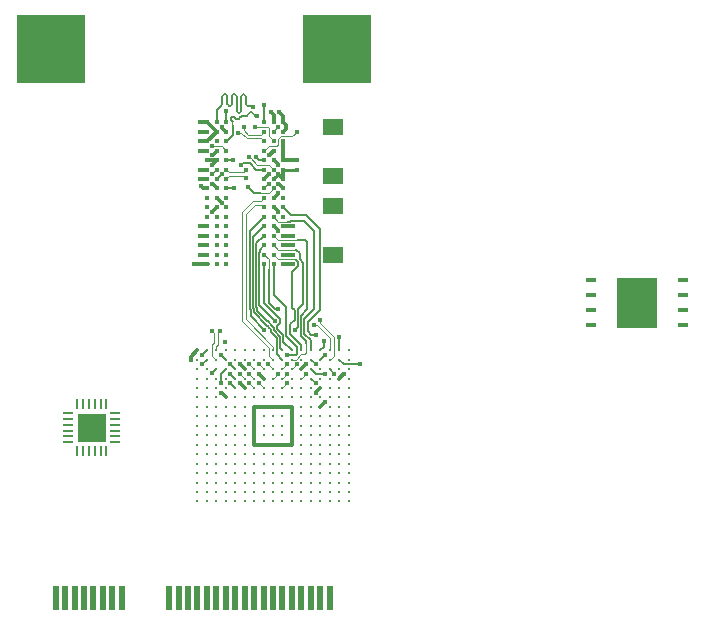
<source format=gbr>
%TF.GenerationSoftware,KiCad,Pcbnew,9.0.4-9.0.4-0~ubuntu24.04.1*%
%TF.CreationDate,2025-08-22T19:02:32+03:00*%
%TF.ProjectId,ThingsCore-1,5468696e-6773-4436-9f72-652d312e6b69,rev?*%
%TF.SameCoordinates,Original*%
%TF.FileFunction,Copper,L1,Top*%
%TF.FilePolarity,Positive*%
%FSLAX46Y46*%
G04 Gerber Fmt 4.6, Leading zero omitted, Abs format (unit mm)*
G04 Created by KiCad (PCBNEW 9.0.4-9.0.4-0~ubuntu24.04.1) date 2025-08-22 19:02:32*
%MOMM*%
%LPD*%
G01*
G04 APERTURE LIST*
G04 Aperture macros list*
%AMRoundRect*
0 Rectangle with rounded corners*
0 $1 Rounding radius*
0 $2 $3 $4 $5 $6 $7 $8 $9 X,Y pos of 4 corners*
0 Add a 4 corners polygon primitive as box body*
4,1,4,$2,$3,$4,$5,$6,$7,$8,$9,$2,$3,0*
0 Add four circle primitives for the rounded corners*
1,1,$1+$1,$2,$3*
1,1,$1+$1,$4,$5*
1,1,$1+$1,$6,$7*
1,1,$1+$1,$8,$9*
0 Add four rect primitives between the rounded corners*
20,1,$1+$1,$2,$3,$4,$5,0*
20,1,$1+$1,$4,$5,$6,$7,0*
20,1,$1+$1,$6,$7,$8,$9,0*
20,1,$1+$1,$8,$9,$2,$3,0*%
G04 Aperture macros list end*
%TA.AperFunction,SMDPad,CuDef*%
%ADD10C,0.450000*%
%TD*%
%TA.AperFunction,BGAPad,CuDef*%
%ADD11C,0.320000*%
%TD*%
%TA.AperFunction,SMDPad,CuDef*%
%ADD12R,1.800000X1.350000*%
%TD*%
%TA.AperFunction,SMDPad,CuDef*%
%ADD13RoundRect,0.062500X-0.325000X-0.062500X0.325000X-0.062500X0.325000X0.062500X-0.325000X0.062500X0*%
%TD*%
%TA.AperFunction,SMDPad,CuDef*%
%ADD14RoundRect,0.062500X-0.062500X-0.325000X0.062500X-0.325000X0.062500X0.325000X-0.062500X0.325000X0*%
%TD*%
%TA.AperFunction,HeatsinkPad*%
%ADD15R,2.450000X2.450000*%
%TD*%
%TA.AperFunction,SMDPad,CuDef*%
%ADD16R,0.950000X0.450000*%
%TD*%
%TA.AperFunction,SMDPad,CuDef*%
%ADD17R,3.450000X4.350000*%
%TD*%
%TA.AperFunction,ComponentPad*%
%ADD18R,5.800000X5.800000*%
%TD*%
%TA.AperFunction,SMDPad,CuDef*%
%ADD19R,0.600000X2.000000*%
%TD*%
%TA.AperFunction,ViaPad*%
%ADD20C,0.450000*%
%TD*%
%TA.AperFunction,Conductor*%
%ADD21C,0.156500*%
%TD*%
%TA.AperFunction,Conductor*%
%ADD22C,0.300000*%
%TD*%
%TA.AperFunction,Conductor*%
%ADD23C,0.250000*%
%TD*%
%TA.AperFunction,Conductor*%
%ADD24C,0.121700*%
%TD*%
%TA.AperFunction,Conductor*%
%ADD25C,0.100000*%
%TD*%
G04 APERTURE END LIST*
D10*
%TO.P,U2,A1,VDDQ_1*%
%TO.N,1V35_DDR*%
X28550000Y-21500000D03*
%TO.P,U2,A2,DQU5*%
%TO.N,/DDR3/DDR_D13*%
X29350000Y-21500000D03*
%TO.P,U2,A3,DQU7*%
%TO.N,/DDR3/DDR_D15*%
X30150000Y-21500000D03*
%TO.P,U2,A7,DQU4*%
%TO.N,/DDR3/DDR_D12*%
X33350000Y-21500000D03*
%TO.P,U2,A8,VDDQ_2*%
%TO.N,1V35_DDR*%
X34150000Y-21500000D03*
%TO.P,U2,A9,VSS_1*%
%TO.N,GND*%
X34950000Y-21500000D03*
%TO.P,U2,B1,VSSQ_1*%
X28550000Y-22300000D03*
%TO.P,U2,B2,VDD_1*%
%TO.N,1V35_DDR*%
X29350000Y-22300000D03*
%TO.P,U2,B3,VSS_2*%
%TO.N,GND*%
X30150000Y-22300000D03*
%TO.P,U2,B7,~{DQSU}*%
%TO.N,/DDR3/DDR_DQS1P*%
X33350000Y-22300000D03*
%TO.P,U2,B8,DQU6*%
%TO.N,/DDR3/DDR_D14*%
X34150000Y-22300000D03*
%TO.P,U2,B9,VSSQ_2*%
%TO.N,GND*%
X34950000Y-22300000D03*
%TO.P,U2,C1,VDDQ_3*%
%TO.N,1V35_DDR*%
X28550000Y-23100000D03*
%TO.P,U2,C2,DQU3*%
%TO.N,/DDR3/DDR_D11*%
X29350000Y-23100000D03*
%TO.P,U2,C3,DQU1*%
%TO.N,/DDR3/DDR_D9*%
X30150000Y-23100000D03*
%TO.P,U2,C7,DQSU*%
%TO.N,/DDR3/DDR_DQS1N*%
X33350000Y-23100000D03*
%TO.P,U2,C8,DQU2*%
%TO.N,/DDR3/DDR_D10*%
X34150000Y-23100000D03*
%TO.P,U2,C9,VDDQ_4*%
%TO.N,1V35_DDR*%
X34950000Y-23100000D03*
%TO.P,U2,D1,VSSQ_3*%
%TO.N,GND*%
X28550000Y-23900000D03*
%TO.P,U2,D2,VDDQ_5*%
%TO.N,1V35_DDR*%
X29350000Y-23900000D03*
%TO.P,U2,D3,DMU*%
%TO.N,/DDR3/DDR_DQM1*%
X30150000Y-23900000D03*
%TO.P,U2,D7,DQU0*%
%TO.N,/DDR3/DDR_D8*%
X33350000Y-23900000D03*
%TO.P,U2,D8,VSSQ_4*%
%TO.N,GND*%
X34150000Y-23900000D03*
%TO.P,U2,D9,VDD_2*%
%TO.N,1V35_DDR*%
X34950000Y-23900000D03*
%TO.P,U2,E1,VSS_3*%
%TO.N,GND*%
X28550000Y-24700000D03*
%TO.P,U2,E2,VSSQ_5*%
X29350000Y-24700000D03*
%TO.P,U2,E3,DQL0*%
%TO.N,/DDR3/DDR_D0*%
X30150000Y-24700000D03*
%TO.P,U2,E7,DML*%
%TO.N,/DDR3/DDR_DQM0*%
X33350000Y-24700000D03*
%TO.P,U2,E8,VSSQ_6*%
%TO.N,GND*%
X34150000Y-24700000D03*
%TO.P,U2,E9,VDDQ_6*%
%TO.N,1V35_DDR*%
X34950000Y-24700000D03*
%TO.P,U2,F1,VDDQ_7*%
X28550000Y-25500000D03*
%TO.P,U2,F2,DQL2*%
%TO.N,/DDR3/DDR_D2*%
X29350000Y-25500000D03*
%TO.P,U2,F3,DQSL*%
%TO.N,/DDR3/DDR_DQS0N*%
X30150000Y-25500000D03*
%TO.P,U2,F7,DQL1*%
%TO.N,/DDR3/DDR_D1*%
X33350000Y-25500000D03*
%TO.P,U2,F8,DQL3*%
%TO.N,/DDR3/DDR_D3*%
X34150000Y-25500000D03*
%TO.P,U2,F9,VSSQ_7*%
%TO.N,GND*%
X34950000Y-25500000D03*
%TO.P,U2,G1,VSSQ_8*%
X28550000Y-26300000D03*
%TO.P,U2,G2,DQL6*%
%TO.N,/DDR3/DDR_D6*%
X29350000Y-26300000D03*
%TO.P,U2,G3,~{DQSL}*%
%TO.N,/DDR3/DDR_DQS0P*%
X30150000Y-26300000D03*
%TO.P,U2,G7,VDD_3*%
%TO.N,1V35_DDR*%
X33350000Y-26300000D03*
%TO.P,U2,G8,VSS_4*%
%TO.N,GND*%
X34150000Y-26300000D03*
%TO.P,U2,G9,VSSQ_9*%
X34950000Y-26300000D03*
%TO.P,U2,H1,VREFDQ*%
%TO.N,/DDR3/DDR_VREF*%
X28550000Y-27100000D03*
%TO.P,U2,H2,VDDQ_8*%
%TO.N,1V35_DDR*%
X29350000Y-27100000D03*
%TO.P,U2,H3,DQL4*%
%TO.N,/DDR3/DDR_D4*%
X30150000Y-27100000D03*
%TO.P,U2,H7,DQL7*%
%TO.N,/DDR3/DDR_D7*%
X33350000Y-27100000D03*
%TO.P,U2,H8,DQL5*%
%TO.N,/DDR3/DDR_D5*%
X34150000Y-27100000D03*
%TO.P,U2,H9,VDDQ_9*%
%TO.N,1V35_DDR*%
X34950000Y-27100000D03*
%TO.P,U2,J1,NC_1/ODT1*%
%TO.N,unconnected-(U2-NC_1{slash}ODT1-PadJ1)*%
X28550000Y-27900000D03*
%TO.P,U2,J2,VSS_5*%
%TO.N,GND*%
X29350000Y-27900000D03*
%TO.P,U2,J3,~{RAS}*%
%TO.N,/DDR3/DDR_RASN*%
X30150000Y-27900000D03*
%TO.P,U2,J7,CK*%
%TO.N,/DDR3/DDR_CLK_P*%
X33350000Y-27900000D03*
%TO.P,U2,J8,VSS_6*%
%TO.N,GND*%
X34150000Y-27900000D03*
%TO.P,U2,J9,NC_2*%
%TO.N,unconnected-(U2-NC_2-PadJ9)*%
X34950000Y-27900000D03*
%TO.P,U2,K1,ODT0*%
%TO.N,/DDR3/DDR_ODT*%
X28550000Y-28700000D03*
%TO.P,U2,K2,VDD_4*%
%TO.N,1V35_DDR*%
X29350000Y-28700000D03*
%TO.P,U2,K3,~{CAS}*%
%TO.N,/DDR3/DDR_CASN*%
X30150000Y-28700000D03*
%TO.P,U2,K7,~{CK}*%
%TO.N,/DDR3/DDR_CLK_N*%
X33350000Y-28700000D03*
%TO.P,U2,K8,VDD_5*%
%TO.N,1V35_DDR*%
X34150000Y-28700000D03*
%TO.P,U2,K9,CKE*%
%TO.N,/DDR3/DDR_CKE*%
X34950000Y-28700000D03*
%TO.P,U2,L1,NC_3*%
%TO.N,unconnected-(U2-NC_3-PadL1)*%
X28550000Y-29500000D03*
%TO.P,U2,L2,~{CS}*%
%TO.N,/DDR3/DDR_CSN*%
X29350000Y-29500000D03*
%TO.P,U2,L3,~{WE}*%
%TO.N,/DDR3/DDR_WEN*%
X30150000Y-29500000D03*
%TO.P,U2,L7,A10/AP*%
%TO.N,/DDR3/DDR_A10*%
X33350000Y-29500000D03*
%TO.P,U2,L8,ZQ*%
%TO.N,/DDR3/ZQ*%
X34150000Y-29500000D03*
%TO.P,U2,L9,NC_4*%
%TO.N,unconnected-(U2-NC_4-PadL9)*%
X34950000Y-29500000D03*
%TO.P,U2,M1,VSS_7*%
%TO.N,GND*%
X28550000Y-30300000D03*
%TO.P,U2,M2,BA0*%
%TO.N,/DDR3/DDR_BA0*%
X29350000Y-30300000D03*
%TO.P,U2,M3,BA2*%
%TO.N,/DDR3/DDR_BA2*%
X30150000Y-30300000D03*
%TO.P,U2,M7,NC_5/A15*%
%TO.N,/DDR3/DDR_A15*%
X33350000Y-30300000D03*
%TO.P,U2,M8,VREFCA*%
%TO.N,/DDR3/DDR_VREF*%
X34150000Y-30300000D03*
%TO.P,U2,M9,VSS_8*%
%TO.N,GND*%
X34950000Y-30300000D03*
%TO.P,U2,N1,VDD_6*%
%TO.N,1V35_DDR*%
X28550000Y-31100000D03*
%TO.P,U2,N2,A3*%
%TO.N,/DDR3/DDR_A3*%
X29350000Y-31100000D03*
%TO.P,U2,N3,A0*%
%TO.N,/DDR3/DDR_A0*%
X30150000Y-31100000D03*
%TO.P,U2,N7,A12/~{BC}*%
%TO.N,/DDR3/DDR_A12*%
X33350000Y-31100000D03*
%TO.P,U2,N8,BA1*%
%TO.N,/DDR3/DDR_BA1*%
X34150000Y-31100000D03*
%TO.P,U2,N9,VDD_7*%
%TO.N,1V35_DDR*%
X34950000Y-31100000D03*
%TO.P,U2,P1,VSS_9*%
%TO.N,GND*%
X28550000Y-31900000D03*
%TO.P,U2,P2,A5*%
%TO.N,/DDR3/DDR_A5*%
X29350000Y-31900000D03*
%TO.P,U2,P3,A2*%
%TO.N,/DDR3/DDR_A2*%
X30150000Y-31900000D03*
%TO.P,U2,P7,A1*%
%TO.N,/DDR3/DDR_A1*%
X33350000Y-31900000D03*
%TO.P,U2,P8,A4*%
%TO.N,/DDR3/DDR_A4*%
X34150000Y-31900000D03*
%TO.P,U2,P9,VSS_10*%
%TO.N,GND*%
X34950000Y-31900000D03*
%TO.P,U2,R1,VDD_8*%
%TO.N,1V35_DDR*%
X28550000Y-32700000D03*
%TO.P,U2,R2,A7*%
%TO.N,/DDR3/DDR_A7*%
X29350000Y-32700000D03*
%TO.P,U2,R3,A9*%
%TO.N,/DDR3/DDR_A9*%
X30150000Y-32700000D03*
%TO.P,U2,R7,A11*%
%TO.N,/DDR3/DDR_A11*%
X33350000Y-32700000D03*
%TO.P,U2,R8,A6*%
%TO.N,/DDR3/DDR_A6*%
X34150000Y-32700000D03*
%TO.P,U2,R9,VDD_9*%
%TO.N,1V35_DDR*%
X34950000Y-32700000D03*
%TO.P,U2,T1,VSS_11*%
%TO.N,GND*%
X28550000Y-33500000D03*
%TO.P,U2,T2,~{RESET}*%
%TO.N,/DDR3/DDR_RESETN*%
X29350000Y-33500000D03*
%TO.P,U2,T3,A13*%
%TO.N,/DDR3/DDR_A13*%
X30150000Y-33500000D03*
%TO.P,U2,T7,A14*%
%TO.N,/DDR3/DDR_A14*%
X33350000Y-33500000D03*
%TO.P,U2,T8,A8*%
%TO.N,/DDR3/DDR_A8*%
X34150000Y-33500000D03*
%TO.P,U2,T9,VSS_12*%
%TO.N,GND*%
X34950000Y-33500000D03*
%TD*%
D11*
%TO.P,U7,A1,VSS*%
%TO.N,GND*%
X27700000Y-53600000D03*
%TO.P,U7,A2,PA9*%
%TO.N,unconnected-(U7D-PA9-PadA2)*%
X27700000Y-52800000D03*
%TO.P,U7,A3,PD10*%
%TO.N,unconnected-(U7D-PD10-PadA3)*%
X27700000Y-52000000D03*
%TO.P,U7,A4,PB7*%
%TO.N,unconnected-(U7D-PB7-PadA4)*%
X27700000Y-51200000D03*
%TO.P,U7,A5,PE7*%
%TO.N,unconnected-(U7E-PE7-PadA5)*%
X27700000Y-50400000D03*
%TO.P,U7,A6,PD5*%
%TO.N,unconnected-(U7D-PD5-PadA6)*%
X27700000Y-49600000D03*
%TO.P,U7,A7,PE8*%
%TO.N,unconnected-(U7E-PE8-PadA7)*%
X27700000Y-48800000D03*
%TO.P,U7,A8,PG4*%
%TO.N,unconnected-(U7E-PG4-PadA8)*%
X27700000Y-48000000D03*
%TO.P,U7,A9,PH9*%
%TO.N,unconnected-(U7E-PH9-PadA9)*%
X27700000Y-47200000D03*
%TO.P,U7,A10,PH13*%
%TO.N,unconnected-(U7E-PH13-PadA10)*%
X27700000Y-46400000D03*
%TO.P,U7,A11,PC7*%
%TO.N,unconnected-(U7D-PC7-PadA11)*%
X27700000Y-45600000D03*
%TO.P,U7,A12,PB9*%
%TO.N,unconnected-(U7D-PB9-PadA12)*%
X27700000Y-44800000D03*
%TO.P,U7,A13,PB14*%
%TO.N,unconnected-(U7D-PB14-PadA13)*%
X27700000Y-44000000D03*
%TO.P,U7,A14,PG6*%
%TO.N,unconnected-(U7E-PG6-PadA14)*%
X27700000Y-43200000D03*
%TO.P,U7,A15,PD2*%
%TO.N,unconnected-(U7D-PD2-PadA15)*%
X27700000Y-42400000D03*
%TO.P,U7,A16,PC9*%
%TO.N,unconnected-(U7D-PC9-PadA16)*%
X27700000Y-41600000D03*
%TO.P,U7,A17,VSS*%
%TO.N,GND*%
X27700000Y-40800000D03*
%TO.P,U7,B1,PD3*%
%TO.N,unconnected-(U7D-PD3-PadB1)*%
X28500000Y-53600000D03*
%TO.P,U7,B2,PF5*%
%TO.N,unconnected-(U7E-PF5-PadB2)*%
X28500000Y-52800000D03*
%TO.P,U7,B3,PD14*%
%TO.N,unconnected-(U7D-PD14-PadB3)*%
X28500000Y-52000000D03*
%TO.P,U7,B4,PE12*%
%TO.N,unconnected-(U7E-PE12-PadB4)*%
X28500000Y-51200000D03*
%TO.P,U7,B5,PE1*%
%TO.N,unconnected-(U7E-PE1-PadB5)*%
X28500000Y-50400000D03*
%TO.P,U7,B6,PE9*%
%TO.N,unconnected-(U7E-PE9-PadB6)*%
X28500000Y-49600000D03*
%TO.P,U7,B7,PH14*%
%TO.N,unconnected-(U7E-PH14-PadB7)*%
X28500000Y-48800000D03*
%TO.P,U7,B8,PE10*%
%TO.N,unconnected-(U7E-PE10-PadB8)*%
X28500000Y-48000000D03*
%TO.P,U7,B9,PF1*%
%TO.N,unconnected-(U7E-PF1-PadB9)*%
X28500000Y-47200000D03*
%TO.P,U7,B10,PF3*%
%TO.N,unconnected-(U7E-PF3-PadB10)*%
X28500000Y-46400000D03*
%TO.P,U7,B11,PC6*%
%TO.N,unconnected-(U7D-PC6-PadB11)*%
X28500000Y-45600000D03*
%TO.P,U7,B12,PB15*%
%TO.N,unconnected-(U7D-PB15-PadB12)*%
X28500000Y-44800000D03*
%TO.P,U7,B13,PB4*%
%TO.N,unconnected-(U7D-PB4-PadB13)*%
X28500000Y-44000000D03*
%TO.P,U7,B14,PC10*%
%TO.N,unconnected-(U7D-PC10-PadB14)*%
X28500000Y-43200000D03*
%TO.P,U7,B15,PC12*%
%TO.N,unconnected-(U7D-PC12-PadB15)*%
X28500000Y-42400000D03*
%TO.P,U7,B16,DDR_DQ4*%
%TO.N,/DDR3/DDR_D4*%
X28500000Y-41600000D03*
%TO.P,U7,B17,DDR_DQ0*%
%TO.N,/DDR3/DDR_D0*%
X28500000Y-40800000D03*
%TO.P,U7,C1,PB6*%
%TO.N,unconnected-(U7D-PB6-PadC1)*%
X29300000Y-53600000D03*
%TO.P,U7,C2,PH12*%
%TO.N,unconnected-(U7E-PH12-PadC2)*%
X29300000Y-52800000D03*
%TO.P,U7,C3,PE14*%
%TO.N,unconnected-(U7E-PE14-PadC3)*%
X29300000Y-52000000D03*
%TO.P,U7,C4,PE13*%
%TO.N,unconnected-(U7E-PE13-PadC4)*%
X29300000Y-51200000D03*
%TO.P,U7,C5,PD8*%
%TO.N,unconnected-(U7D-PD8-PadC5)*%
X29300000Y-50400000D03*
%TO.P,U7,C6,PD12*%
%TO.N,unconnected-(U7D-PD12-PadC6)*%
X29300000Y-49600000D03*
%TO.P,U7,C7,PD15*%
%TO.N,unconnected-(U7D-PD15-PadC7)*%
X29300000Y-48800000D03*
%TO.P,U7,C8,VSS*%
%TO.N,GND*%
X29300000Y-48000000D03*
%TO.P,U7,C9,PG7*%
%TO.N,unconnected-(U7E-PG7-PadC9)*%
X29300000Y-47200000D03*
%TO.P,U7,C10,PB5*%
%TO.N,unconnected-(U7D-PB5-PadC10)*%
X29300000Y-46400000D03*
%TO.P,U7,C11,PB3*%
%TO.N,unconnected-(U7D-PB3-PadC11)*%
X29300000Y-45600000D03*
%TO.P,U7,C12,VDDSD1*%
%TO.N,3V3_VDD*%
X29300000Y-44800000D03*
%TO.P,U7,C13,PF0*%
%TO.N,unconnected-(U7E-PF0-PadC13)*%
X29300000Y-44000000D03*
%TO.P,U7,C14,PC11*%
%TO.N,unconnected-(U7D-PC11-PadC14)*%
X29300000Y-43200000D03*
%TO.P,U7,C15,DDR_DQ1*%
%TO.N,/DDR3/DDR_D1*%
X29300000Y-42400000D03*
%TO.P,U7,C16,DDR_DQS0N*%
%TO.N,/DDR3/DDR_DQS0N*%
X29300000Y-41600000D03*
%TO.P,U7,C17,DDR_DQS0P*%
%TO.N,/DDR3/DDR_DQS0P*%
X29300000Y-40800000D03*
%TO.P,U7,D1,PB8*%
%TO.N,unconnected-(U7D-PB8-PadD1)*%
X30100000Y-53600000D03*
%TO.P,U7,D2,PD6*%
%TO.N,unconnected-(U7D-PD6-PadD2)*%
X30100000Y-52800000D03*
%TO.P,U7,D3,VSS*%
%TO.N,GND*%
X30100000Y-52000000D03*
%TO.P,U7,D4,PE11*%
%TO.N,unconnected-(U7E-PE11-PadD4)*%
X30100000Y-51200000D03*
%TO.P,U7,D5,PD1*%
%TO.N,unconnected-(U7D-PD1-PadD5)*%
X30100000Y-50400000D03*
%TO.P,U7,D6,PE0*%
%TO.N,unconnected-(U7E-PE0-PadD6)*%
X30100000Y-49600000D03*
%TO.P,U7,D7,PG0*%
%TO.N,unconnected-(U7E-PG0-PadD7)*%
X30100000Y-48800000D03*
%TO.P,U7,D8,PE15*%
%TO.N,unconnected-(U7E-PE15-PadD8)*%
X30100000Y-48000000D03*
%TO.P,U7,D9,PB12*%
%TO.N,unconnected-(U7D-PB12-PadD9)*%
X30100000Y-47200000D03*
%TO.P,U7,D10,PB10*%
%TO.N,unconnected-(U7D-PB10-PadD10)*%
X30100000Y-46400000D03*
%TO.P,U7,D11,VDDSD2*%
%TO.N,3V3_VDD*%
X30100000Y-45600000D03*
%TO.P,U7,D12,VSS*%
%TO.N,GND*%
X30100000Y-44800000D03*
%TO.P,U7,D13,PE3*%
%TO.N,unconnected-(U7E-PE3-PadD13)*%
X30100000Y-44000000D03*
%TO.P,U7,D14,PC8*%
%TO.N,unconnected-(U7D-PC8-PadD14)*%
X30100000Y-43200000D03*
%TO.P,U7,D15,DDR_DQM0*%
%TO.N,/DDR3/DDR_DQM0*%
X30100000Y-42400000D03*
%TO.P,U7,D16,DDR_DQ5*%
%TO.N,/DDR3/DDR_D5*%
X30100000Y-41600000D03*
%TO.P,U7,D17,DDR_DQ3*%
%TO.N,/DDR3/DDR_D3*%
X30100000Y-40800000D03*
%TO.P,U7,E1,PG9*%
%TO.N,unconnected-(U7E-PG9-PadE1)*%
X30900000Y-53600000D03*
%TO.P,U7,E2,PD11*%
%TO.N,unconnected-(U7D-PD11-PadE2)*%
X30900000Y-52800000D03*
%TO.P,U7,E3,PA12*%
%TO.N,unconnected-(U7D-PA12-PadE3)*%
X30900000Y-52000000D03*
%TO.P,U7,E4,PD0*%
%TO.N,unconnected-(U7D-PD0-PadE4)*%
X30900000Y-51200000D03*
%TO.P,U7,E5,VSS*%
%TO.N,GND*%
X30900000Y-50400000D03*
%TO.P,U7,E6,PA15*%
%TO.N,unconnected-(U7D-PA15-PadE6)*%
X30900000Y-49600000D03*
%TO.P,U7,E7,PD4*%
%TO.N,unconnected-(U7D-PD4-PadE7)*%
X30900000Y-48800000D03*
%TO.P,U7,E8,PD9*%
%TO.N,unconnected-(U7D-PD9-PadE8)*%
X30900000Y-48000000D03*
%TO.P,U7,E9,PF2*%
%TO.N,unconnected-(U7E-PF2-PadE9)*%
X30900000Y-47200000D03*
%TO.P,U7,E10,PB13*%
%TO.N,unconnected-(U7D-PB13-PadE10)*%
X30900000Y-46400000D03*
%TO.P,U7,E11,PH10*%
%TO.N,unconnected-(U7E-PH10-PadE11)*%
X30900000Y-45600000D03*
%TO.P,U7,E12,VDDQ_DDR*%
%TO.N,1V35_DDR*%
X30900000Y-44800000D03*
%TO.P,U7,E13,DDR_DQ2*%
%TO.N,/DDR3/DDR_D2*%
X30900000Y-44000000D03*
%TO.P,U7,E14,DDR_DQ6*%
%TO.N,/DDR3/DDR_D6*%
X30900000Y-43200000D03*
%TO.P,U7,E15,DDR_DQ7*%
%TO.N,/DDR3/DDR_D7*%
X30900000Y-42400000D03*
%TO.P,U7,E16,DDR_A5*%
%TO.N,/DDR3/DDR_A5*%
X30900000Y-41600000D03*
%TO.P,U7,E17,DDR_RESETN*%
%TO.N,/DDR3/DDR_RESETN*%
X30900000Y-40800000D03*
%TO.P,U7,F1,PG10*%
%TO.N,unconnected-(U7E-PG10-PadF1)*%
X31700000Y-53600000D03*
%TO.P,U7,F2,PG5*%
%TO.N,unconnected-(U7E-PG5-PadF2)*%
X31700000Y-52800000D03*
%TO.P,U7,F3,PG8*%
%TO.N,unconnected-(U7E-PG8-PadF3)*%
X31700000Y-52000000D03*
%TO.P,U7,F4,PH2*%
%TO.N,unconnected-(U7E-PH2-PadF4)*%
X31700000Y-51200000D03*
%TO.P,U7,F5,PH8*%
%TO.N,unconnected-(U7E-PH8-PadF5)*%
X31700000Y-50400000D03*
%TO.P,U7,F6,VDDCPU*%
%TO.N,1V25_CORE*%
X31700000Y-49600000D03*
%TO.P,U7,F7,VDD*%
%TO.N,3V3_VDD*%
X31700000Y-48800000D03*
%TO.P,U7,F8,VDDCPU*%
%TO.N,1V25_CORE*%
X31700000Y-48000000D03*
%TO.P,U7,F9,VDDCPU*%
X31700000Y-47200000D03*
%TO.P,U7,F10,VDD*%
%TO.N,3V3_VDD*%
X31700000Y-46400000D03*
%TO.P,U7,F11,VDD*%
X31700000Y-45600000D03*
%TO.P,U7,F12,VDDQ_DDR*%
%TO.N,1V35_DDR*%
X31700000Y-44800000D03*
%TO.P,U7,F13,VSS*%
%TO.N,GND*%
X31700000Y-44000000D03*
%TO.P,U7,F14,DDR_A13*%
%TO.N,/DDR3/DDR_A13*%
X31700000Y-43200000D03*
%TO.P,U7,F15,VSS*%
%TO.N,GND*%
X31700000Y-42400000D03*
%TO.P,U7,F16,DDR_A9*%
%TO.N,/DDR3/DDR_A9*%
X31700000Y-41600000D03*
%TO.P,U7,F17,DDR_A2*%
%TO.N,/DDR3/DDR_A2*%
X31700000Y-40800000D03*
%TO.P,U7,G1,PF9*%
%TO.N,unconnected-(U7E-PF9-PadG1)*%
X32500000Y-53600000D03*
%TO.P,U7,G2,PF6*%
%TO.N,unconnected-(U7E-PF6-PadG2)*%
X32500000Y-52800000D03*
%TO.P,U7,G3,PF10*%
%TO.N,unconnected-(U7E-PF10-PadG3)*%
X32500000Y-52000000D03*
%TO.P,U7,G4,PG15*%
%TO.N,unconnected-(U7E-PG15-PadG4)*%
X32500000Y-51200000D03*
%TO.P,U7,G5,PF8*%
%TO.N,unconnected-(U7E-PF8-PadG5)*%
X32500000Y-50400000D03*
%TO.P,U7,G6,VDD*%
%TO.N,3V3_VDD*%
X32500000Y-49600000D03*
%TO.P,U7,G7,VSS*%
%TO.N,GND*%
X32500000Y-48800000D03*
%TO.P,U7,G8,VSS*%
X32500000Y-48000000D03*
%TO.P,U7,G9,VSS*%
X32500000Y-47200000D03*
%TO.P,U7,G10,VSS*%
X32500000Y-46400000D03*
%TO.P,U7,G11,VSS*%
X32500000Y-45600000D03*
%TO.P,U7,G12,VDDQ_DDR*%
%TO.N,1V35_DDR*%
X32500000Y-44800000D03*
%TO.P,U7,G13,DDR_BA2*%
%TO.N,/DDR3/DDR_BA2*%
X32500000Y-44000000D03*
%TO.P,U7,G14,DDR_A7*%
%TO.N,/DDR3/DDR_A7*%
X32500000Y-43200000D03*
%TO.P,U7,G15,DDR_A3*%
%TO.N,/DDR3/DDR_A3*%
X32500000Y-42400000D03*
%TO.P,U7,G16,DDR_A0*%
%TO.N,/DDR3/DDR_A0*%
X32500000Y-41600000D03*
%TO.P,U7,G17,DDR_BA0*%
%TO.N,/DDR3/DDR_BA0*%
X32500000Y-40800000D03*
%TO.P,U7,H1,PH11*%
%TO.N,unconnected-(U7E-PH11-PadH1)*%
X33300000Y-53600000D03*
%TO.P,U7,H2,PI3*%
%TO.N,unconnected-(U7E-PI3-PadH2)*%
X33300000Y-52800000D03*
%TO.P,U7,H3,PH7*%
%TO.N,unconnected-(U7E-PH7-PadH3)*%
X33300000Y-52000000D03*
%TO.P,U7,H4,PB2*%
%TO.N,unconnected-(U7D-PB2-PadH4)*%
X33300000Y-51200000D03*
%TO.P,U7,H5,PE4*%
%TO.N,unconnected-(U7E-PE4-PadH5)*%
X33300000Y-50400000D03*
%TO.P,U7,H6,VDDCPU*%
%TO.N,1V25_CORE*%
X33300000Y-49600000D03*
%TO.P,U7,H7,VSS*%
%TO.N,GND*%
X33300000Y-48800000D03*
%TO.P,U7,H8,VDDCORE*%
%TO.N,1V25_CORE*%
X33300000Y-48000000D03*
%TO.P,U7,H9,VDDCORE*%
X33300000Y-47200000D03*
%TO.P,U7,H10,VDDCORE*%
X33300000Y-46400000D03*
%TO.P,U7,H11,VSS*%
%TO.N,GND*%
X33300000Y-45600000D03*
%TO.P,U7,H12,VDDQ_DDR*%
%TO.N,1V35_DDR*%
X33300000Y-44800000D03*
%TO.P,U7,H13,DDR_WEN*%
%TO.N,/DDR3/DDR_WEN*%
X33300000Y-44000000D03*
%TO.P,U7,H14,VSS*%
%TO.N,GND*%
X33300000Y-43200000D03*
%TO.P,U7,H15,DDR_ODT*%
%TO.N,/DDR3/DDR_ODT*%
X33300000Y-42400000D03*
%TO.P,U7,H16,DDR_CSN*%
%TO.N,/DDR3/DDR_CSN*%
X33300000Y-41600000D03*
%TO.P,U7,H17,DDR_RASN*%
%TO.N,/DDR3/DDR_RASN*%
X33300000Y-40800000D03*
%TO.P,U7,J1,PD13*%
%TO.N,unconnected-(U7D-PD13-PadJ1)*%
X34100000Y-53600000D03*
%TO.P,U7,J2,VBAT*%
%TO.N,/POWER/VBAT*%
X34100000Y-52800000D03*
%TO.P,U7,J3,PI2*%
%TO.N,unconnected-(U7E-PI2-PadJ3)*%
X34100000Y-52000000D03*
%TO.P,U7,J4,VSS_PLL*%
%TO.N,GND*%
X34100000Y-51200000D03*
%TO.P,U7,J5,VDD_PLL*%
%TO.N,3V3_VDD*%
X34100000Y-50400000D03*
%TO.P,U7,J6,VDDCPU*%
%TO.N,1V25_CORE*%
X34100000Y-49600000D03*
%TO.P,U7,J7,VSS*%
%TO.N,GND*%
X34100000Y-48800000D03*
%TO.P,U7,J8,VDDCORE*%
%TO.N,1V25_CORE*%
X34100000Y-48000000D03*
%TO.P,U7,J9,VSS*%
%TO.N,GND*%
X34100000Y-47200000D03*
%TO.P,U7,J10,VDDCORE*%
%TO.N,1V25_CORE*%
X34100000Y-46400000D03*
%TO.P,U7,J11,VSS*%
%TO.N,GND*%
X34100000Y-45600000D03*
%TO.P,U7,J12,VDDQ_DDR*%
%TO.N,1V35_DDR*%
X34100000Y-44800000D03*
%TO.P,U7,J13,VDDCORE*%
%TO.N,1V25_CORE*%
X34100000Y-44000000D03*
%TO.P,U7,J14,DDR_A10*%
%TO.N,/DDR3/DDR_A10*%
X34100000Y-43200000D03*
%TO.P,U7,J15,DDR_CASN*%
%TO.N,/DDR3/DDR_CASN*%
X34100000Y-42400000D03*
%TO.P,U7,J16,DDR_CLKP*%
%TO.N,/DDR3/DDR_CLK_P*%
X34100000Y-41600000D03*
%TO.P,U7,J17,DDR_CLKN*%
%TO.N,/DDR3/DDR_CLK_N*%
X34100000Y-40800000D03*
%TO.P,U7,K1,PC14*%
%TO.N,unconnected-(U7D-PC14-PadK1)*%
X34900000Y-53600000D03*
%TO.P,U7,K2,PC15*%
%TO.N,unconnected-(U7D-PC15-PadK2)*%
X34900000Y-52800000D03*
%TO.P,U7,K3,VSS*%
%TO.N,GND*%
X34900000Y-52000000D03*
%TO.P,U7,K4,PC13*%
%TO.N,unconnected-(U7D-PC13-PadK4)*%
X34900000Y-51200000D03*
%TO.P,U7,K5,PI1*%
%TO.N,unconnected-(U7E-PI1-PadK5)*%
X34900000Y-50400000D03*
%TO.P,U7,K6,VDD*%
%TO.N,3V3_VDD*%
X34900000Y-49600000D03*
%TO.P,U7,K7,VSS*%
%TO.N,GND*%
X34900000Y-48800000D03*
%TO.P,U7,K8,VDDCORE*%
%TO.N,1V25_CORE*%
X34900000Y-48000000D03*
%TO.P,U7,K9,VDDCORE*%
X34900000Y-47200000D03*
%TO.P,U7,K10,VDDCORE*%
X34900000Y-46400000D03*
%TO.P,U7,K11,VSS*%
%TO.N,GND*%
X34900000Y-45600000D03*
%TO.P,U7,K12,VDDQ_DDR*%
%TO.N,1V35_DDR*%
X34900000Y-44800000D03*
%TO.P,U7,K13,DDR_A11*%
%TO.N,/DDR3/DDR_A11*%
X34900000Y-44000000D03*
%TO.P,U7,K14,DDR_CKE*%
%TO.N,/DDR3/DDR_CKE*%
X34900000Y-43200000D03*
%TO.P,U7,K15,DDR_A1*%
%TO.N,/DDR3/DDR_A1*%
X34900000Y-42400000D03*
%TO.P,U7,K16,DDR_A15*%
%TO.N,/DDR3/DDR_A15*%
X34900000Y-41600000D03*
%TO.P,U7,K17,DDR_A12*%
%TO.N,/DDR3/DDR_A12*%
X34900000Y-40800000D03*
%TO.P,U7,L1,PE2*%
%TO.N,unconnected-(U7E-PE2-PadL1)*%
X35700000Y-53600000D03*
%TO.P,U7,L2,PF4*%
%TO.N,unconnected-(U7E-PF4-PadL2)*%
X35700000Y-52800000D03*
%TO.P,U7,L3,PH6*%
%TO.N,unconnected-(U7E-PH6-PadL3)*%
X35700000Y-52000000D03*
%TO.P,U7,L4,PI0*%
%TO.N,unconnected-(U7E-PI0-PadL4)*%
X35700000Y-51200000D03*
%TO.P,U7,L5,PG3*%
%TO.N,unconnected-(U7E-PG3-PadL5)*%
X35700000Y-50400000D03*
%TO.P,U7,L6,VDD*%
%TO.N,3V3_VDD*%
X35700000Y-49600000D03*
%TO.P,U7,L7,VSS*%
%TO.N,GND*%
X35700000Y-48800000D03*
%TO.P,U7,L8,VSS*%
X35700000Y-48000000D03*
%TO.P,U7,L9,VSS*%
X35700000Y-47200000D03*
%TO.P,U7,L10,VSS*%
X35700000Y-46400000D03*
%TO.P,U7,L11,VSS*%
X35700000Y-45600000D03*
%TO.P,U7,L12,VDDQ_DDR*%
%TO.N,1V35_DDR*%
X35700000Y-44800000D03*
%TO.P,U7,L13,DDR_ATO*%
%TO.N,unconnected-(U7B-DDR_ATO-PadL13)*%
X35700000Y-44000000D03*
%TO.P,U7,L14,DDR_DTO0*%
%TO.N,unconnected-(U7B-DDR_DTO0-PadL14)*%
X35700000Y-43200000D03*
%TO.P,U7,L15,DDR_A8*%
%TO.N,/DDR3/DDR_A8*%
X35700000Y-42400000D03*
%TO.P,U7,L16,DDR_BA1*%
%TO.N,/DDR3/DDR_BA1*%
X35700000Y-41600000D03*
%TO.P,U7,L17,DDR_A14*%
%TO.N,/DDR3/DDR_A14*%
X35700000Y-40800000D03*
%TO.P,U7,M1,PF7*%
%TO.N,unconnected-(U7E-PF7-PadM1)*%
X36500000Y-53600000D03*
%TO.P,U7,M2,PA8*%
%TO.N,unconnected-(U7D-PA8-PadM2)*%
X36500000Y-52800000D03*
%TO.P,U7,M3,PG11*%
%TO.N,unconnected-(U7E-PG11-PadM3)*%
X36500000Y-52000000D03*
%TO.P,U7,M4,VDD_ANA*%
%TO.N,3V3_VDD*%
X36500000Y-51200000D03*
%TO.P,U7,M5,VSS_ANA*%
%TO.N,GND*%
X36500000Y-50400000D03*
%TO.P,U7,M6,VDD*%
%TO.N,3V3_VDD*%
X36500000Y-49600000D03*
%TO.P,U7,M7,VDD*%
X36500000Y-48800000D03*
%TO.P,U7,M8,VDD*%
X36500000Y-48000000D03*
%TO.P,U7,M9,VDD*%
X36500000Y-47200000D03*
%TO.P,U7,M10,VDD*%
X36500000Y-46400000D03*
%TO.P,U7,M11,VDD*%
X36500000Y-45600000D03*
%TO.P,U7,M12,VDDQ_DDR*%
%TO.N,1V35_DDR*%
X36500000Y-44800000D03*
%TO.P,U7,M13,DDR_VREF*%
%TO.N,/DDR3/DDR_VREF*%
X36500000Y-44000000D03*
%TO.P,U7,M14,DDR_A4*%
%TO.N,/DDR3/DDR_A4*%
X36500000Y-43200000D03*
%TO.P,U7,M15,VSS*%
%TO.N,GND*%
X36500000Y-42400000D03*
%TO.P,U7,M16,DDR_DTO1*%
%TO.N,unconnected-(U7B-DDR_DTO1-PadM16)*%
X36500000Y-41600000D03*
%TO.P,U7,M17,DDR_A6*%
%TO.N,/DDR3/DDR_A6*%
X36500000Y-40800000D03*
%TO.P,U7,N1,PE6*%
%TO.N,unconnected-(U7E-PE6-PadN1)*%
X37300000Y-53600000D03*
%TO.P,U7,N2,PG1*%
%TO.N,unconnected-(U7E-PG1-PadN2)*%
X37300000Y-52800000D03*
%TO.P,U7,N3,PD7*%
%TO.N,unconnected-(U7D-PD7-PadN3)*%
X37300000Y-52000000D03*
%TO.P,U7,N4,VSS*%
%TO.N,GND*%
X37300000Y-51200000D03*
%TO.P,U7,N5,PB11*%
%TO.N,unconnected-(U7D-PB11-PadN5)*%
X37300000Y-50400000D03*
%TO.P,U7,N6,PF13*%
%TO.N,unconnected-(U7E-PF13-PadN6)*%
X37300000Y-49600000D03*
%TO.P,U7,N7,VSSA*%
%TO.N,GND*%
X37300000Y-48800000D03*
%TO.P,U7,N8,PA3*%
%TO.N,unconnected-(U7D-PA3-PadN8)*%
X37300000Y-48000000D03*
%TO.P,U7,N9,NJTRST*%
%TO.N,unconnected-(U7C-NJTRST-PadN9)*%
X37300000Y-47200000D03*
%TO.P,U7,N10,VSS_USBHS*%
%TO.N,GND*%
X37300000Y-46400000D03*
%TO.P,U7,N11,VDDA1V1_REG*%
%TO.N,/POWER/VDDA1V1*%
X37300000Y-45600000D03*
%TO.P,U7,N12,VDDQ_DDR*%
%TO.N,1V35_DDR*%
X37300000Y-44800000D03*
%TO.P,U7,N13,PWR_LP*%
%TO.N,unconnected-(U7C-PWR_LP-PadN13)*%
X37300000Y-44000000D03*
%TO.P,U7,N14,DDR_DQM1*%
%TO.N,/DDR3/DDR_DQM1*%
X37300000Y-43200000D03*
%TO.P,U7,N15,DDR_DQ10*%
%TO.N,/DDR3/DDR_D10*%
X37300000Y-42400000D03*
%TO.P,U7,N16,DDR_DQ8*%
%TO.N,/DDR3/DDR_D8*%
X37300000Y-41600000D03*
%TO.P,U7,N17,DDR_ZQ*%
%TO.N,/DDR3/ZQ*%
X37300000Y-40800000D03*
%TO.P,U7,P1,PH0*%
%TO.N,unconnected-(U7E-PH0-PadP1)*%
X38100000Y-53600000D03*
%TO.P,U7,P2,PH1*%
%TO.N,unconnected-(U7E-PH1-PadP2)*%
X38100000Y-52800000D03*
%TO.P,U7,P3,PA13*%
%TO.N,unconnected-(U7D-PA13-PadP3)*%
X38100000Y-52000000D03*
%TO.P,U7,P4,PF14*%
%TO.N,unconnected-(U7E-PF14-PadP4)*%
X38100000Y-51200000D03*
%TO.P,U7,P5,PA2*%
%TO.N,unconnected-(U7D-PA2-PadP5)*%
X38100000Y-50400000D03*
%TO.P,U7,P6,VREF-*%
%TO.N,GND*%
X38100000Y-49600000D03*
%TO.P,U7,P7,VDDA*%
%TO.N,3V3_VDD*%
X38100000Y-48800000D03*
%TO.P,U7,P8,PG13*%
%TO.N,unconnected-(U7E-PG13-PadP8)*%
X38100000Y-48000000D03*
%TO.P,U7,P9,PG14*%
%TO.N,unconnected-(U7E-PG14-PadP9)*%
X38100000Y-47200000D03*
%TO.P,U7,P10,VDD3V3_USBHS*%
%TO.N,/POWER/VDD3V3_USBHS*%
X38100000Y-46400000D03*
%TO.P,U7,P11,VSS*%
%TO.N,GND*%
X38100000Y-45600000D03*
%TO.P,U7,P12,PI5*%
%TO.N,unconnected-(U7E-PI5-PadP12)*%
X38100000Y-44800000D03*
%TO.P,U7,P13,VSS_PLL2*%
%TO.N,GND*%
X38100000Y-44000000D03*
%TO.P,U7,P14,PWR_ON*%
%TO.N,/MPU-IO/PWR_ON*%
X38100000Y-43200000D03*
%TO.P,U7,P15,DDR_DQ11*%
%TO.N,/DDR3/DDR_D11*%
X38100000Y-42400000D03*
%TO.P,U7,P16,DDR_DQ13*%
%TO.N,/DDR3/DDR_D13*%
X38100000Y-41600000D03*
%TO.P,U7,P17,DDR_DQ9*%
%TO.N,/DDR3/DDR_D9*%
X38100000Y-40800000D03*
%TO.P,U7,R1,PG2*%
%TO.N,unconnected-(U7E-PG2-PadR1)*%
X38900000Y-53600000D03*
%TO.P,U7,R2,PH3*%
%TO.N,unconnected-(U7E-PH3-PadR2)*%
X38900000Y-52800000D03*
%TO.P,U7,R3,PWR_CPU_ON*%
%TO.N,unconnected-(U7E-PWR_CPU_ON-PadR3)*%
X38900000Y-52000000D03*
%TO.P,U7,R4,PA1*%
%TO.N,unconnected-(U7D-PA1-PadR4)*%
X38900000Y-51200000D03*
%TO.P,U7,R5,VSS*%
%TO.N,GND*%
X38900000Y-50400000D03*
%TO.P,U7,R6,VREF+*%
%TO.N,/POWER/VREF+*%
X38900000Y-49600000D03*
%TO.P,U7,R7,PC5*%
%TO.N,unconnected-(U7D-PC5-PadR7)*%
X38900000Y-48800000D03*
%TO.P,U7,R8,VSS*%
%TO.N,GND*%
X38900000Y-48000000D03*
%TO.P,U7,R9,VDD*%
%TO.N,3V3_VDD*%
X38900000Y-47200000D03*
%TO.P,U7,R10,PF15*%
%TO.N,unconnected-(U7E-PF15-PadR10)*%
X38900000Y-46400000D03*
%TO.P,U7,R11,VDDA1V8_REG*%
%TO.N,/POWER/VDDA1V8*%
X38900000Y-45600000D03*
%TO.P,U7,R12,PI6*%
%TO.N,unconnected-(U7E-PI6-PadR12)*%
X38900000Y-44800000D03*
%TO.P,U7,R13,VDD_PLL2*%
%TO.N,3V3_VDD*%
X38900000Y-44000000D03*
%TO.P,U7,R14,PH5*%
%TO.N,unconnected-(U7E-PH5-PadR14)*%
X38900000Y-43200000D03*
%TO.P,U7,R15,DDR_DQ12*%
%TO.N,/DDR3/DDR_D12*%
X38900000Y-42400000D03*
%TO.P,U7,R16,DDR_DQS1N*%
%TO.N,/DDR3/DDR_DQS1N*%
X38900000Y-41600000D03*
%TO.P,U7,R17,DDR_DQS1P*%
%TO.N,/DDR3/DDR_DQS1P*%
X38900000Y-40800000D03*
%TO.P,U7,T1,PG12*%
%TO.N,unconnected-(U7E-PG12-PadT1)*%
X39700000Y-53600000D03*
%TO.P,U7,T2,PA11*%
%TO.N,unconnected-(U7D-PA11-PadT2)*%
X39700000Y-52800000D03*
%TO.P,U7,T3,PC0*%
%TO.N,unconnected-(U7D-PC0-PadT3)*%
X39700000Y-52000000D03*
%TO.P,U7,T4,PF12*%
%TO.N,unconnected-(U7E-PF12-PadT4)*%
X39700000Y-51200000D03*
%TO.P,U7,T5,PC3*%
%TO.N,unconnected-(U7D-PC3-PadT5)*%
X39700000Y-50400000D03*
%TO.P,U7,T6,PF11*%
%TO.N,unconnected-(U7E-PF11-PadT6)*%
X39700000Y-49600000D03*
%TO.P,U7,T7,PB1*%
%TO.N,unconnected-(U7D-PB1-PadT7)*%
X39700000Y-48800000D03*
%TO.P,U7,T8,PA6*%
%TO.N,unconnected-(U7D-PA6-PadT8)*%
X39700000Y-48000000D03*
%TO.P,U7,T9,PE5*%
%TO.N,unconnected-(U7E-PE5-PadT9)*%
X39700000Y-47200000D03*
%TO.P,U7,T10,PDR_ON*%
%TO.N,unconnected-(U7E-PDR_ON-PadT10)*%
X39700000Y-46400000D03*
%TO.P,U7,T11,USB_DP2*%
%TO.N,unconnected-(U7C-USB_DP2-PadT11)*%
X39700000Y-45600000D03*
%TO.P,U7,T12,PA14*%
%TO.N,unconnected-(U7D-PA14-PadT12)*%
X39700000Y-44800000D03*
%TO.P,U7,T13,USB_DP1*%
%TO.N,unconnected-(U7C-USB_DP1-PadT13)*%
X39700000Y-44000000D03*
%TO.P,U7,T14,BYPASS_REG1V8*%
%TO.N,GND*%
X39700000Y-43200000D03*
%TO.P,U7,T15,PH4*%
%TO.N,unconnected-(U7E-PH4-PadT15)*%
X39700000Y-42400000D03*
%TO.P,U7,T16,DDR_DQ15*%
%TO.N,/DDR3/DDR_D15*%
X39700000Y-41600000D03*
%TO.P,U7,T17,DDR_DQ14*%
%TO.N,/DDR3/DDR_D14*%
X39700000Y-40800000D03*
%TO.P,U7,U1,VSS*%
%TO.N,GND*%
X40500000Y-53600000D03*
%TO.P,U7,U2,PA7*%
%TO.N,unconnected-(U7D-PA7-PadU2)*%
X40500000Y-52800000D03*
%TO.P,U7,U3,PA0*%
%TO.N,unconnected-(U7D-PA0-PadU3)*%
X40500000Y-52000000D03*
%TO.P,U7,U4,PA5*%
%TO.N,unconnected-(U7D-PA5-PadU4)*%
X40500000Y-51200000D03*
%TO.P,U7,U5,PA4*%
%TO.N,unconnected-(U7D-PA4-PadU5)*%
X40500000Y-50400000D03*
%TO.P,U7,U6,PC4*%
%TO.N,unconnected-(U7D-PC4-PadU6)*%
X40500000Y-49600000D03*
%TO.P,U7,U7,PB0*%
%TO.N,unconnected-(U7D-PB0-PadU7)*%
X40500000Y-48800000D03*
%TO.P,U7,U8,PC1*%
%TO.N,unconnected-(U7D-PC1-PadU8)*%
X40500000Y-48000000D03*
%TO.P,U7,U9,PC2*%
%TO.N,unconnected-(U7D-PC2-PadU9)*%
X40500000Y-47200000D03*
%TO.P,U7,U10,NRST*%
%TO.N,/MPU-IO/NRST*%
X40500000Y-46400000D03*
%TO.P,U7,U11,USB_DM2*%
%TO.N,unconnected-(U7C-USB_DM2-PadU11)*%
X40500000Y-45600000D03*
%TO.P,U7,U12,USB_RREF*%
%TO.N,unconnected-(U7C-USB_RREF-PadU12)*%
X40500000Y-44800000D03*
%TO.P,U7,U13,USB_DM1*%
%TO.N,unconnected-(U7C-USB_DM1-PadU13)*%
X40500000Y-44000000D03*
%TO.P,U7,U14,PI4*%
%TO.N,unconnected-(U7E-PI4-PadU14)*%
X40500000Y-43200000D03*
%TO.P,U7,U15,PA10*%
%TO.N,unconnected-(U7D-PA10-PadU15)*%
X40500000Y-42400000D03*
%TO.P,U7,U16,PI7*%
%TO.N,unconnected-(U7E-PI7-PadU16)*%
X40500000Y-41600000D03*
%TO.P,U7,U17,VSS*%
%TO.N,GND*%
X40500000Y-40800000D03*
%TD*%
D12*
%TO.P,S2,1,COM*%
%TO.N,/MPU-IO/NRST*%
X39200000Y-32775000D03*
%TO.P,S2,2,NO*%
%TO.N,GND*%
X39200000Y-28625000D03*
%TD*%
D13*
%TO.P,U6,1,VDD2A*%
%TO.N,unconnected-(U6-VDD2A-Pad1)*%
X16762500Y-46100000D03*
%TO.P,U6,2,LED2/~{INTSEL}*%
%TO.N,unconnected-(U6-LED2{slash}~{INTSEL}-Pad2)*%
X16762500Y-46600000D03*
%TO.P,U6,3,LED1/REGOFF*%
%TO.N,unconnected-(U6-LED1{slash}REGOFF-Pad3)*%
X16762500Y-47100000D03*
%TO.P,U6,4,XTAL2*%
%TO.N,unconnected-(U6-XTAL2-Pad4)*%
X16762500Y-47600000D03*
%TO.P,U6,5,XTAL1/CLKIN*%
%TO.N,unconnected-(U6-XTAL1{slash}CLKIN-Pad5)*%
X16762500Y-48100000D03*
%TO.P,U6,6,VDDCR*%
%TO.N,unconnected-(U6-VDDCR-Pad6)*%
X16762500Y-48600000D03*
D14*
%TO.P,U6,7,RXD1/MODE1*%
%TO.N,unconnected-(U6-RXD1{slash}MODE1-Pad7)*%
X17500000Y-49337500D03*
%TO.P,U6,8,RXD0/MODE0*%
%TO.N,unconnected-(U6-RXD0{slash}MODE0-Pad8)*%
X18000000Y-49337500D03*
%TO.P,U6,9,VDDIO*%
%TO.N,unconnected-(U6-VDDIO-Pad9)*%
X18500000Y-49337500D03*
%TO.P,U6,10,RXER/PHYAD0*%
%TO.N,unconnected-(U6-RXER{slash}PHYAD0-Pad10)*%
X19000000Y-49337500D03*
%TO.P,U6,11,CRS_DV/MODE2*%
%TO.N,unconnected-(U6-CRS_DV{slash}MODE2-Pad11)*%
X19500000Y-49337500D03*
%TO.P,U6,12,MDIO*%
%TO.N,unconnected-(U6-MDIO-Pad12)*%
X20000000Y-49337500D03*
D13*
%TO.P,U6,13,MDC*%
%TO.N,unconnected-(U6-MDC-Pad13)*%
X20737500Y-48600000D03*
%TO.P,U6,14,~{INT}/REFCLKO*%
%TO.N,unconnected-(U6-~{INT}{slash}REFCLKO-Pad14)*%
X20737500Y-48100000D03*
%TO.P,U6,15,~{RST}*%
%TO.N,unconnected-(U6-~{RST}-Pad15)*%
X20737500Y-47600000D03*
%TO.P,U6,16,TXEN*%
%TO.N,unconnected-(U6-TXEN-Pad16)*%
X20737500Y-47100000D03*
%TO.P,U6,17,TXD0*%
%TO.N,unconnected-(U6-TXD0-Pad17)*%
X20737500Y-46600000D03*
%TO.P,U6,18,TXD1*%
%TO.N,unconnected-(U6-TXD1-Pad18)*%
X20737500Y-46100000D03*
D14*
%TO.P,U6,19,VDD1A*%
%TO.N,unconnected-(U6-VDD1A-Pad19)*%
X20000000Y-45362500D03*
%TO.P,U6,20,TXN*%
%TO.N,unconnected-(U6-TXN-Pad20)*%
X19500000Y-45362500D03*
%TO.P,U6,21,TXP*%
%TO.N,unconnected-(U6-TXP-Pad21)*%
X19000000Y-45362500D03*
%TO.P,U6,22,RXN*%
%TO.N,unconnected-(U6-RXN-Pad22)*%
X18500000Y-45362500D03*
%TO.P,U6,23,RXP*%
%TO.N,unconnected-(U6-RXP-Pad23)*%
X18000000Y-45362500D03*
%TO.P,U6,24,RBIAS*%
%TO.N,unconnected-(U6-RBIAS-Pad24)*%
X17500000Y-45362500D03*
D15*
%TO.P,U6,25,VSS*%
%TO.N,unconnected-(U6-VSS-Pad25)*%
X18750000Y-47350000D03*
%TD*%
D16*
%TO.P,U8,1,~{CS}*%
%TO.N,unconnected-(U8-~{CS}-Pad1)*%
X68800000Y-38705000D03*
%TO.P,U8,2,DO/IO1*%
%TO.N,unconnected-(U8-DO{slash}IO1-Pad2)*%
X68800000Y-37435000D03*
%TO.P,U8,3,~{WP}/IO2*%
%TO.N,unconnected-(U8-~{WP}{slash}IO2-Pad3)*%
X68800000Y-36165000D03*
%TO.P,U8,4,GND*%
%TO.N,unconnected-(U8-GND-Pad4)*%
X68800000Y-34895000D03*
%TO.P,U8,5,DI/IO0*%
%TO.N,unconnected-(U8-DI{slash}IO0-Pad5)*%
X61000000Y-34895000D03*
%TO.P,U8,6,CLK*%
%TO.N,unconnected-(U8-CLK-Pad6)*%
X61000000Y-36165000D03*
%TO.P,U8,7,~{HOLD}/~{RESET}/IO3*%
%TO.N,unconnected-(U8-~{HOLD}{slash}~{RESET}{slash}IO3-Pad7)*%
X61000000Y-37435000D03*
%TO.P,U8,8,VCC*%
%TO.N,unconnected-(U8-VCC-Pad8)*%
X61000000Y-38705000D03*
D17*
%TO.P,U8,9,EP*%
%TO.N,unconnected-(U8-EP-Pad9)*%
X64900000Y-36800000D03*
%TD*%
D12*
%TO.P,S1,1,COM*%
%TO.N,unconnected-(S1-COM-Pad1)*%
X39200000Y-26025000D03*
%TO.P,S1,2,NO*%
%TO.N,unconnected-(S1-NO-Pad2)*%
X39200000Y-21875000D03*
%TD*%
D18*
%TO.P,U1,*%
%TO.N,*%
X15307328Y-15308537D03*
X39486338Y-15314455D03*
D19*
%TO.P,U1,1,1*%
%TO.N,unconnected-(U1-Pad1)*%
X15700000Y-61802500D03*
%TO.P,U1,3,3*%
%TO.N,unconnected-(U1-Pad3)*%
X16500000Y-61802500D03*
%TO.P,U1,5,5*%
%TO.N,unconnected-(U1-Pad5)*%
X17300000Y-61802500D03*
%TO.P,U1,7,7*%
%TO.N,unconnected-(U1-Pad7)*%
X18100000Y-61802500D03*
%TO.P,U1,9,9*%
%TO.N,unconnected-(U1-Pad9)*%
X18900000Y-61802500D03*
%TO.P,U1,11,11*%
%TO.N,unconnected-(U1-Pad11)*%
X19700000Y-61802500D03*
%TO.P,U1,13,13*%
%TO.N,unconnected-(U1-Pad13)*%
X20500000Y-61802500D03*
%TO.P,U1,15,15*%
%TO.N,unconnected-(U1-Pad15)*%
X21300000Y-61802500D03*
%TO.P,U1,17,17*%
%TO.N,unconnected-(U1-Pad17)*%
X25300000Y-61802500D03*
%TO.P,U1,19,19*%
%TO.N,unconnected-(U1-Pad19)*%
X26100000Y-61802500D03*
%TO.P,U1,21,21*%
%TO.N,unconnected-(U1-Pad21)*%
X26900000Y-61802500D03*
%TO.P,U1,23,23*%
%TO.N,unconnected-(U1-Pad23)*%
X27700000Y-61802500D03*
%TO.P,U1,25,25*%
%TO.N,unconnected-(U1-Pad25)*%
X28500000Y-61802500D03*
%TO.P,U1,27,27*%
%TO.N,unconnected-(U1-Pad27)*%
X29300000Y-61802500D03*
%TO.P,U1,29,29*%
%TO.N,unconnected-(U1-Pad29)*%
X30100000Y-61802500D03*
%TO.P,U1,31,31*%
%TO.N,unconnected-(U1-Pad31)*%
X30900000Y-61802500D03*
%TO.P,U1,33,33*%
%TO.N,unconnected-(U1-Pad33)*%
X31700000Y-61802500D03*
%TO.P,U1,35,35*%
%TO.N,unconnected-(U1-Pad35)*%
X32500000Y-61802500D03*
%TO.P,U1,37,37*%
%TO.N,unconnected-(U1-Pad37)*%
X33300000Y-61802500D03*
%TO.P,U1,39,39*%
%TO.N,unconnected-(U1-Pad39)*%
X34100000Y-61802500D03*
%TO.P,U1,41,41*%
%TO.N,unconnected-(U1-Pad41)*%
X34900000Y-61802500D03*
%TO.P,U1,43,43*%
%TO.N,unconnected-(U1-Pad43)*%
X35700000Y-61802500D03*
%TO.P,U1,45,45*%
%TO.N,unconnected-(U1-Pad45)*%
X36500000Y-61802500D03*
%TO.P,U1,47,47*%
%TO.N,unconnected-(U1-Pad47)*%
X37300000Y-61802500D03*
%TO.P,U1,49,49*%
%TO.N,unconnected-(U1-Pad49)*%
X38100000Y-61802500D03*
%TO.P,U1,51,51*%
%TO.N,unconnected-(U1-Pad51)*%
X38900000Y-61802500D03*
%TD*%
D20*
%TO.N,/DDR3/DDR_VREF*%
X28000000Y-26900000D03*
%TO.N,1V35_DDR*%
X28950000Y-26700000D03*
%TO.N,GND*%
X29750000Y-28300000D03*
X38500000Y-45200000D03*
X32900000Y-42800000D03*
X31300000Y-42000000D03*
X34600000Y-20600000D03*
X36900000Y-42000000D03*
X27950000Y-26300000D03*
X35800000Y-30300000D03*
X27950000Y-23900000D03*
X35800000Y-31900000D03*
X27950000Y-22300000D03*
X36150000Y-25500000D03*
X29750000Y-21900000D03*
X27400000Y-33500000D03*
X34550000Y-27500000D03*
X34550000Y-25100000D03*
X27950000Y-31900000D03*
X29700000Y-44400000D03*
X27150000Y-41600000D03*
X33750000Y-24300000D03*
X27950000Y-30300000D03*
X34550000Y-25900000D03*
X35800000Y-33500000D03*
X31300000Y-43600000D03*
X37700000Y-44400000D03*
X40100000Y-42800000D03*
X28950000Y-25100000D03*
%TO.N,1V35_DDR*%
X27950000Y-21500000D03*
X35800000Y-32700000D03*
X35800000Y-31100000D03*
X28950000Y-29100000D03*
X33900000Y-20600000D03*
X27950000Y-25500000D03*
X36150000Y-24700000D03*
X27950000Y-31100000D03*
X33750000Y-25900000D03*
X27950000Y-32700000D03*
X27950000Y-23100000D03*
X34550000Y-29100000D03*
X34550000Y-26700000D03*
X28950000Y-24300000D03*
%TO.N,/DDR3/DDR_VREF*%
X34550000Y-30700000D03*
%TO.N,/DDR3/DDR_CKE*%
X37750002Y-39500000D03*
X35300000Y-42800000D03*
%TO.N,/DDR3/DDR_D1*%
X31350000Y-25150000D03*
X28950000Y-42750000D03*
%TO.N,/DDR3/DDR_D13*%
X32370000Y-20220000D03*
X38500000Y-41200000D03*
%TO.N,/DDR3/DDR_D6*%
X29750000Y-25900000D03*
X30500000Y-42800000D03*
%TO.N,/DDR3/DDR_D3*%
X30000000Y-40100000D03*
X32050000Y-24450000D03*
%TO.N,/DDR3/DDR_DQS0N*%
X31850000Y-25573400D03*
X28923400Y-39150000D03*
%TO.N,/DDR3/DDR_DQS1N*%
X38048619Y-38201381D03*
X31114906Y-22388846D03*
%TO.N,/DDR3/DDR_D4*%
X28100000Y-42000000D03*
X30800000Y-27100000D03*
%TO.N,/DDR3/DDR_A4*%
X36000000Y-39050000D03*
X36900000Y-42800000D03*
%TO.N,/DDR3/DDR_A11*%
X34500000Y-37300000D03*
X35300000Y-43600000D03*
%TO.N,/DDR3/DDR_A1*%
X35300000Y-42000000D03*
X34250000Y-38300000D03*
%TO.N,/DDR3/DDR_DQS1P*%
X31612144Y-21891608D03*
X37551381Y-38698619D03*
%TO.N,/DDR3/DDR_D0*%
X30750000Y-24700000D03*
X28100000Y-41200000D03*
%TO.N,/DDR3/DDR_DQS0P*%
X29576600Y-39150000D03*
X31850000Y-26226600D03*
%TO.N,/DDR3/DDR_A13*%
X31300000Y-42800000D03*
%TO.N,/DDR3/DDR_ODT*%
X32900000Y-42000000D03*
%TO.N,/DDR3/DDR_DQM1*%
X28950000Y-23500000D03*
X37700000Y-43600000D03*
%TO.N,/DDR3/DDR_A7*%
X32100000Y-42800000D03*
%TO.N,/DDR3/DDR_D10*%
X38500000Y-42800000D03*
X32550000Y-21900000D03*
%TO.N,/DDR3/DDR_D12*%
X33350000Y-20010000D03*
X39300000Y-42800000D03*
%TO.N,/DDR3/DDR_BA2*%
X32100000Y-43600000D03*
%TO.N,/DDR3/DDR_D15*%
X30150000Y-20550000D03*
X41450000Y-42000000D03*
%TO.N,/DDR3/DDR_A10*%
X33350000Y-39050000D03*
X34500000Y-42800000D03*
%TO.N,/DDR3/DDR_D2*%
X28950000Y-25900000D03*
X30500000Y-43600000D03*
%TO.N,/DDR3/DDR_WEN*%
X32900000Y-43600000D03*
%TO.N,/DDR3/DDR_D8*%
X37700000Y-42000000D03*
X36100000Y-22300000D03*
%TO.N,/DDR3/DDR_A3*%
X32100000Y-42000000D03*
%TO.N,/DDR3/DDR_D5*%
X29700000Y-41200000D03*
X31950000Y-27000000D03*
%TO.N,/DDR3/DDR_D14*%
X34550000Y-21900000D03*
X39700000Y-39700000D03*
%TO.N,/DDR3/DDR_A8*%
X35300000Y-41200000D03*
X36100000Y-42000000D03*
%TO.N,/DDR3/DDR_D7*%
X33750000Y-26700000D03*
X30500000Y-42000000D03*
%TO.N,/DDR3/DDR_D9*%
X32750000Y-20950000D03*
X38400000Y-40000000D03*
%TO.N,/DDR3/DDR_DQM0*%
X29700000Y-43600000D03*
X32700000Y-24450000D03*
%TO.N,/DDR3/DDR_CASN*%
X33700000Y-42000000D03*
%TD*%
D21*
%TO.N,/DDR3/DDR_A8*%
X35300000Y-41200000D02*
X36050000Y-41200000D01*
X36050000Y-41200000D02*
X36150000Y-41100000D01*
X36150000Y-41100000D02*
X36150000Y-40500000D01*
X36150000Y-40500000D02*
X35222500Y-39572500D01*
X35222500Y-39572500D02*
X35222500Y-37172500D01*
X35222500Y-37172500D02*
X34150000Y-36100000D01*
X34150000Y-36100000D02*
X34150000Y-33500000D01*
%TO.N,/DDR3/DDR_A6*%
X36500000Y-40800000D02*
X36500000Y-40357052D01*
X36229250Y-33677802D02*
X36229250Y-33322198D01*
X36500000Y-40357052D02*
X35550000Y-39407052D01*
X35550000Y-38600000D02*
X35935000Y-38215000D01*
X35550000Y-39407052D02*
X35550000Y-38600000D01*
X35935000Y-38215000D02*
X35935000Y-37397746D01*
X35935000Y-37397746D02*
X35750000Y-37212746D01*
X35750000Y-37212746D02*
X35750000Y-34157052D01*
X35750000Y-34157052D02*
X36229250Y-33677802D01*
X36229250Y-33322198D02*
X36050000Y-33142948D01*
X36050000Y-33142948D02*
X36050000Y-33100000D01*
%TO.N,/DDR3/DDR_A4*%
X36000000Y-32300000D02*
X36050000Y-32300000D01*
X36050000Y-32300000D02*
X36350000Y-32600000D01*
X36650000Y-36850000D02*
X36200000Y-37300000D01*
X36350000Y-32600000D02*
X36350000Y-33080202D01*
X36200000Y-37435840D02*
X36192500Y-37443340D01*
X36350000Y-33080202D02*
X36650000Y-33380202D01*
X36650000Y-33380202D02*
X36650000Y-36850000D01*
X36200000Y-37300000D02*
X36200000Y-37435840D01*
X36192500Y-37443340D02*
X36192500Y-38857500D01*
X36192500Y-38857500D02*
X36000000Y-39050000D01*
D22*
%TO.N,/DDR3/DDR_VREF*%
X28550000Y-27100000D02*
X28200000Y-27100000D01*
X28200000Y-27100000D02*
X28000000Y-26900000D01*
%TO.N,1V35_DDR*%
X29350000Y-27100000D02*
X29000000Y-26750000D01*
%TO.N,GND*%
X29350000Y-27900000D02*
X29700000Y-28250000D01*
X33300000Y-45600000D02*
X34100000Y-45600000D01*
X32500000Y-48800000D02*
X32500000Y-48000000D01*
X34150000Y-23900000D02*
X33800000Y-24250000D01*
D23*
X34150000Y-26300000D02*
X34550000Y-25900000D01*
D22*
X32500000Y-45600000D02*
X32500000Y-46400000D01*
X38100000Y-44000000D02*
X37750000Y-44350000D01*
X36500000Y-42400000D02*
X36850000Y-42050000D01*
X28550000Y-31900000D02*
X27950000Y-31900000D01*
X35175000Y-21725000D02*
X34950000Y-21500000D01*
X32500000Y-45600000D02*
X33300000Y-45600000D01*
X35700000Y-48000000D02*
X35700000Y-48800000D01*
X31700000Y-44000000D02*
X31350000Y-43650000D01*
X35700000Y-48800000D02*
X34900000Y-48800000D01*
X30100000Y-44800000D02*
X29750000Y-44450000D01*
X34950000Y-25500000D02*
X34950000Y-26300000D01*
X35700000Y-46400000D02*
X35700000Y-47200000D01*
X34900000Y-48800000D02*
X34100000Y-48800000D01*
X32500000Y-48800000D02*
X33300000Y-48800000D01*
D23*
X34950000Y-25500000D02*
X36150000Y-25500000D01*
D22*
X34950000Y-31900000D02*
X35800000Y-31900000D01*
X27150000Y-41350000D02*
X27150000Y-41600000D01*
X29350000Y-24700000D02*
X28550000Y-24700000D01*
X27700000Y-40800000D02*
X27150000Y-41350000D01*
X34150000Y-27900000D02*
X34500000Y-27550000D01*
X32500000Y-47200000D02*
X32500000Y-46400000D01*
X34950000Y-22300000D02*
X35175000Y-22075000D01*
X35700000Y-47200000D02*
X35700000Y-48000000D01*
X32500000Y-48000000D02*
X32500000Y-47200000D01*
X35175000Y-22075000D02*
X35175000Y-21725000D01*
X35700000Y-45600000D02*
X35700000Y-46400000D01*
X31700000Y-42400000D02*
X31350000Y-42050000D01*
X34900000Y-45600000D02*
X35700000Y-45600000D01*
X27400000Y-33500000D02*
X28600000Y-33500000D01*
X28550000Y-30300000D02*
X27950000Y-30300000D01*
X30150000Y-22300000D02*
X29800000Y-21950000D01*
X29350000Y-24700000D02*
X29000000Y-25050000D01*
X39700000Y-43200000D02*
X40050000Y-42850000D01*
X34150000Y-26300000D02*
X34250000Y-26200000D01*
X33300000Y-48800000D02*
X34100000Y-48800000D01*
X34850000Y-26200000D02*
X34950000Y-26300000D01*
X28550000Y-23900000D02*
X27950000Y-23900000D01*
X34950000Y-20950000D02*
X34700000Y-20700000D01*
X35800000Y-30300000D02*
X34950000Y-30300000D01*
X34950000Y-26300000D02*
X34600000Y-25950000D01*
X34150000Y-24700000D02*
X34500000Y-25050000D01*
X28550000Y-22300000D02*
X27950000Y-22300000D01*
X28550000Y-26300000D02*
X27950000Y-26300000D01*
X33300000Y-43200000D02*
X32950000Y-42850000D01*
X35800000Y-33500000D02*
X34950000Y-33500000D01*
X34950000Y-21500000D02*
X34950000Y-20950000D01*
X34900000Y-45600000D02*
X34100000Y-45600000D01*
X38100000Y-45600000D02*
X38450000Y-45250000D01*
%TO.N,1V35_DDR*%
X34150000Y-28700000D02*
X34500000Y-29050000D01*
X29350000Y-22300000D02*
X28550000Y-21500000D01*
X28550000Y-23100000D02*
X29350000Y-22300000D01*
X28550000Y-32700000D02*
X27950000Y-32700000D01*
X34950000Y-31100000D02*
X35800000Y-31100000D01*
X29350000Y-23900000D02*
X29000000Y-24250000D01*
X34950000Y-23900000D02*
X34950000Y-24700000D01*
X28550000Y-23100000D02*
X27950000Y-23100000D01*
X34150000Y-21500000D02*
X34150000Y-20850000D01*
X34150000Y-20850000D02*
X33900000Y-20600000D01*
X34950000Y-23100000D02*
X34950000Y-23900000D01*
X28550000Y-25500000D02*
X27950000Y-25500000D01*
X28550000Y-31100000D02*
X27950000Y-31100000D01*
X34950000Y-32700000D02*
X35800000Y-32700000D01*
X29350000Y-28700000D02*
X29000000Y-29050000D01*
X34950000Y-27100000D02*
X34600000Y-26750000D01*
X33350000Y-26300000D02*
X33700000Y-25950000D01*
X34950000Y-24700000D02*
X36150000Y-24700000D01*
X28550000Y-21500000D02*
X27950000Y-21500000D01*
%TO.N,/DDR3/DDR_VREF*%
X34150000Y-30300000D02*
X34500000Y-30650000D01*
D24*
%TO.N,/DDR3/DDR_CLK_N*%
X32567290Y-28462450D02*
X31774900Y-29254840D01*
X34100000Y-40500000D02*
X34100000Y-40800000D01*
X31774900Y-29254840D02*
X31774900Y-38174900D01*
X33112450Y-28462450D02*
X32567290Y-28462450D01*
X33350000Y-28700000D02*
X33112450Y-28462450D01*
X31774900Y-38174900D02*
X34100000Y-40500000D01*
%TO.N,/DDR3/DDR_CLK_P*%
X31450000Y-29120260D02*
X31450000Y-38309480D01*
X33350000Y-27900000D02*
X33112450Y-28137550D01*
X32432710Y-28137550D02*
X31450000Y-29120260D01*
X33775100Y-40634580D02*
X33775100Y-41275100D01*
X33775100Y-41275100D02*
X34100000Y-41600000D01*
X31450000Y-38309480D02*
X33775100Y-40634580D01*
X33112450Y-28137550D02*
X32432710Y-28137550D01*
D21*
%TO.N,/DDR3/ZQ*%
X37550000Y-30700000D02*
X36700000Y-29850000D01*
X35500000Y-29900000D02*
X35250000Y-29900000D01*
X36700000Y-29850000D02*
X35550000Y-29850000D01*
X35550000Y-29850000D02*
X35500000Y-29900000D01*
X37300000Y-40800000D02*
X37300000Y-39950000D01*
D25*
X35250000Y-29900000D02*
X34550000Y-29900000D01*
D21*
X36750000Y-39400000D02*
X36750000Y-38150000D01*
D25*
X34550000Y-29900000D02*
X34150000Y-29500000D01*
D21*
X37300000Y-39950000D02*
X36750000Y-39400000D01*
X37550000Y-37350000D02*
X37550000Y-30700000D01*
X36750000Y-38150000D02*
X37550000Y-37350000D01*
%TO.N,/DDR3/DDR_CKE*%
X34950000Y-28700000D02*
X35600000Y-29350000D01*
X37050000Y-39200000D02*
X37350000Y-39500000D01*
X37050000Y-38450000D02*
X37050000Y-39200000D01*
X37350000Y-39500000D02*
X37750002Y-39500000D01*
X38100000Y-30550000D02*
X38100000Y-37400000D01*
X38100000Y-37400000D02*
X37050000Y-38450000D01*
X36900000Y-29350000D02*
X38100000Y-30550000D01*
D25*
X34900000Y-43200000D02*
X35300000Y-42800000D01*
D21*
X35600000Y-29350000D02*
X36900000Y-29350000D01*
%TO.N,/DDR3/DDR_D1*%
X31350000Y-25150000D02*
X31550000Y-24950000D01*
X28950000Y-42750000D02*
X28900000Y-42800000D01*
X31550000Y-24950000D02*
X32150000Y-24950000D01*
X29300000Y-42400000D02*
X28950000Y-42750000D01*
X32700000Y-25500000D02*
X33350000Y-25500000D01*
X32150000Y-24950000D02*
X32700000Y-25500000D01*
%TO.N,/DDR3/DDR_D13*%
X31019250Y-20120750D02*
X31019250Y-20560750D01*
X30619250Y-19960750D02*
X30619250Y-19280750D01*
X29350000Y-20495348D02*
X29350000Y-20450000D01*
X31179250Y-20720750D02*
X31259250Y-20720750D01*
X31419250Y-20120750D02*
X31419250Y-19960750D01*
X32270750Y-20120750D02*
X31979250Y-20120750D01*
X32370000Y-20220000D02*
X32270750Y-20120750D01*
X31419250Y-20560750D02*
X31419250Y-20120750D01*
X30379250Y-20120750D02*
X30459250Y-20120750D01*
X29819250Y-19960750D02*
X29819250Y-19280750D01*
X32059250Y-20120750D02*
X32270750Y-20120750D01*
X31579250Y-19120750D02*
X31659250Y-19120750D01*
X31019250Y-19280750D02*
X31019250Y-19960750D01*
X31419250Y-19960750D02*
X31419250Y-19280750D01*
X31819250Y-19280750D02*
X31819250Y-19960750D01*
X38100000Y-41600000D02*
X38500000Y-41200000D01*
X31979250Y-20120750D02*
X32059250Y-20120750D01*
X29340000Y-20440000D02*
X29658198Y-20121801D01*
X29979250Y-19120750D02*
X30059250Y-19120750D01*
X29350000Y-20450000D02*
X29340000Y-20440000D01*
X31019250Y-19960750D02*
X31019250Y-20120750D01*
X29658198Y-20121801D02*
X29659250Y-20120750D01*
X30219250Y-19280750D02*
X30219250Y-19960750D01*
X30779250Y-19120750D02*
X30859250Y-19120750D01*
X29350000Y-21500000D02*
X29350000Y-20495348D01*
X30859250Y-19120750D02*
G75*
G02*
X31019250Y-19280750I-50J-160050D01*
G01*
X30059250Y-19120750D02*
G75*
G02*
X30219250Y-19280750I-50J-160050D01*
G01*
X31419250Y-19280750D02*
G75*
G02*
X31579250Y-19120750I160050J-50D01*
G01*
X31019250Y-20560750D02*
G75*
G03*
X31179250Y-20720750I160050J50D01*
G01*
X29819250Y-19280750D02*
G75*
G02*
X29979250Y-19120750I160050J-50D01*
G01*
X30619250Y-19280750D02*
G75*
G02*
X30779250Y-19120750I160050J-50D01*
G01*
X29659250Y-20120750D02*
G75*
G03*
X29819250Y-19960750I-50J160050D01*
G01*
X31819250Y-19960750D02*
G75*
G03*
X31979250Y-20120750I160050J50D01*
G01*
X30459250Y-20120750D02*
G75*
G03*
X30619250Y-19960750I-50J160050D01*
G01*
X30219250Y-19960750D02*
G75*
G03*
X30379250Y-20120750I160050J50D01*
G01*
X31259250Y-20720750D02*
G75*
G03*
X31419250Y-20560750I-50J160050D01*
G01*
X31659250Y-19120750D02*
G75*
G02*
X31819250Y-19280750I-50J-160050D01*
G01*
%TO.N,/DDR3/DDR_D6*%
X29350000Y-26300000D02*
X29750000Y-25900000D01*
X30900000Y-43200000D02*
X30500000Y-42800000D01*
D25*
%TO.N,/DDR3/DDR_D3*%
X34150000Y-25500000D02*
X33750000Y-25100000D01*
X32132900Y-24450000D02*
X32050000Y-24450000D01*
X33750000Y-25100000D02*
X32782900Y-25100000D01*
X32782900Y-25100000D02*
X32132900Y-24450000D01*
D21*
%TO.N,/DDR3/DDR_BA1*%
X36850000Y-31500000D02*
X37000000Y-31650000D01*
X36900000Y-40050000D02*
X36900000Y-40200000D01*
X36450000Y-37900000D02*
X36450000Y-39600000D01*
D25*
X36500000Y-41150000D02*
X36050000Y-41600000D01*
X36750000Y-41150000D02*
X36500000Y-41150000D01*
X36900000Y-40200000D02*
X36900000Y-41000000D01*
D21*
X37000000Y-31650000D02*
X37000000Y-37350000D01*
X37000000Y-37350000D02*
X36450000Y-37900000D01*
D25*
X34550000Y-31500000D02*
X36100000Y-31500000D01*
X36050000Y-41600000D02*
X35700000Y-41600000D01*
X36900000Y-41000000D02*
X36750000Y-41150000D01*
D21*
X36100000Y-31500000D02*
X36850000Y-31500000D01*
X36450000Y-39600000D02*
X36900000Y-40050000D01*
D25*
X34150000Y-31100000D02*
X34550000Y-31500000D01*
D24*
%TO.N,/DDR3/DDR_DQS0N*%
X28975100Y-40295160D02*
X29087550Y-40182710D01*
X31685850Y-25737550D02*
X31850000Y-25573400D01*
X30150000Y-25500000D02*
X30387550Y-25737550D01*
X29300000Y-41600000D02*
X28975100Y-41275100D01*
X29087550Y-39314150D02*
X28923400Y-39150000D01*
X30387550Y-25737550D02*
X31685850Y-25737550D01*
X29087550Y-40182710D02*
X29087550Y-39314150D01*
X28975100Y-41275100D02*
X28975100Y-40295160D01*
%TO.N,/DDR3/DDR_DQS1N*%
X39224900Y-39645161D02*
X38048619Y-38468880D01*
X31382405Y-22388846D02*
X31856009Y-22862450D01*
X31856009Y-22862450D02*
X33112450Y-22862450D01*
X33112450Y-22862450D02*
X33350000Y-23100000D01*
X31114906Y-22388846D02*
X31382405Y-22388846D01*
X38048619Y-38468880D02*
X38048619Y-38201381D01*
X38900000Y-41600000D02*
X39224900Y-41275100D01*
X39224900Y-41275100D02*
X39224900Y-39645161D01*
D21*
%TO.N,/DDR3/DDR_D4*%
X28500000Y-41600000D02*
X28100000Y-42000000D01*
X30150000Y-27100000D02*
X30800000Y-27100000D01*
D25*
%TO.N,/DDR3/DDR_A4*%
X34150000Y-31900000D02*
X34550000Y-32300000D01*
X36500000Y-43200000D02*
X36900000Y-42800000D01*
X34550000Y-32300000D02*
X36000000Y-32300000D01*
%TO.N,/DDR3/DDR_A6*%
X34150000Y-32700000D02*
X34550000Y-33100000D01*
X34550000Y-33100000D02*
X36050000Y-33100000D01*
D21*
%TO.N,/DDR3/DDR_A11*%
X34250000Y-37300000D02*
X33750000Y-36800000D01*
X34500000Y-37300000D02*
X34250000Y-37300000D01*
D25*
X33750000Y-33100000D02*
X33750000Y-33900000D01*
D21*
X33750000Y-36800000D02*
X33750000Y-33900000D01*
D25*
X34900000Y-44000000D02*
X35300000Y-43600000D01*
X33350000Y-32700000D02*
X33750000Y-33100000D01*
D21*
%TO.N,/DDR3/DDR_A1*%
X34250000Y-38300000D02*
X32945750Y-36995750D01*
D25*
X34900000Y-42400000D02*
X35300000Y-42000000D01*
D21*
X32969500Y-32508804D02*
X32969500Y-32280500D01*
X32945750Y-36995750D02*
X32945750Y-32532554D01*
X32969500Y-32280500D02*
X33350000Y-31900000D01*
X32945750Y-32532554D02*
X32969500Y-32508804D01*
D24*
%TO.N,/DDR3/DDR_DQS1P*%
X33112450Y-22537550D02*
X33350000Y-22300000D01*
X31990587Y-22537550D02*
X33112450Y-22537550D01*
X31612144Y-21891608D02*
X31612144Y-22159107D01*
X38900000Y-40800000D02*
X38900000Y-39779739D01*
X31612144Y-22159107D02*
X31990587Y-22537550D01*
X38900000Y-39779739D02*
X37818880Y-38698619D01*
X37818880Y-38698619D02*
X37551381Y-38698619D01*
D21*
%TO.N,/DDR3/DDR_D0*%
X30150000Y-24700000D02*
X30750000Y-24700000D01*
X28500000Y-40800000D02*
X28100000Y-41200000D01*
D24*
%TO.N,/DDR3/DDR_DQS0P*%
X29300000Y-40429740D02*
X29412450Y-40317290D01*
X30150000Y-26300000D02*
X30387550Y-26062450D01*
X29300000Y-40800000D02*
X29300000Y-40429740D01*
X30387550Y-26062450D02*
X31685850Y-26062450D01*
X31685850Y-26062450D02*
X31850000Y-26226600D01*
X29412450Y-39314150D02*
X29576600Y-39150000D01*
X29412450Y-40317290D02*
X29412450Y-39314150D01*
D25*
%TO.N,/DDR3/DDR_A13*%
X31700000Y-43200000D02*
X31300000Y-42800000D01*
%TO.N,/DDR3/DDR_ODT*%
X33300000Y-42400000D02*
X32900000Y-42000000D01*
%TO.N,/DDR3/DDR_DQM1*%
X28950000Y-23500000D02*
X29750000Y-23500000D01*
D21*
X37300000Y-43200000D02*
X37700000Y-43600000D01*
D25*
X29750000Y-23500000D02*
X30150000Y-23900000D01*
D21*
%TO.N,/DDR3/DDR_A15*%
X33779250Y-38872198D02*
X33779250Y-38879250D01*
X33527802Y-38620750D02*
X33779250Y-38872198D01*
X32432750Y-37208242D02*
X32456500Y-37231992D01*
X33350000Y-30300000D02*
X32432750Y-31217250D01*
X33925000Y-39225000D02*
X34450000Y-39750000D01*
X32456500Y-37231992D02*
X32456500Y-37556500D01*
X33779250Y-38879250D02*
X33925000Y-39025000D01*
X33520750Y-38620750D02*
X33527802Y-38620750D01*
X34450000Y-39750000D02*
X34450000Y-41150000D01*
X33925000Y-39025000D02*
X33925000Y-39225000D01*
X32456500Y-37556500D02*
X33520750Y-38620750D01*
X32432750Y-31217250D02*
X32432750Y-37208242D01*
X34450000Y-41150000D02*
X34900000Y-41600000D01*
D25*
%TO.N,/DDR3/DDR_A7*%
X32500000Y-43200000D02*
X32100000Y-42800000D01*
D21*
%TO.N,/DDR3/DDR_D10*%
X37300000Y-42400000D02*
X37700000Y-42800000D01*
D25*
X33700000Y-21900000D02*
X32550000Y-21900000D01*
X33750000Y-21950000D02*
X33700000Y-21900000D01*
X34150000Y-23100000D02*
X33750000Y-22700000D01*
D21*
X37700000Y-42800000D02*
X38500000Y-42800000D01*
D25*
X33750000Y-22700000D02*
X33750000Y-21950000D01*
D21*
%TO.N,/DDR3/DDR_D12*%
X33350000Y-20010000D02*
X33350000Y-21500000D01*
X38900000Y-42400000D02*
X39300000Y-42800000D01*
D25*
%TO.N,/DDR3/DDR_BA2*%
X32500000Y-44000000D02*
X32100000Y-43600000D01*
D21*
%TO.N,/DDR3/DDR_D15*%
X40100000Y-42000000D02*
X41450000Y-42000000D01*
X30150000Y-20550000D02*
X30150000Y-21500000D01*
X39700000Y-41600000D02*
X40100000Y-42000000D01*
%TO.N,/DDR3/DDR_A10*%
X32200000Y-37900000D02*
X32200000Y-37338238D01*
X32176250Y-37314488D02*
X32176250Y-30673750D01*
X33350000Y-39050000D02*
X32200000Y-37900000D01*
D25*
X34100000Y-43200000D02*
X34500000Y-42800000D01*
D21*
X32200000Y-37338238D02*
X32176250Y-37314488D01*
X32176250Y-30673750D02*
X33350000Y-29500000D01*
%TO.N,/DDR3/DDR_D2*%
X29350000Y-25500000D02*
X28950000Y-25900000D01*
X30900000Y-44000000D02*
X30500000Y-43600000D01*
D25*
%TO.N,/DDR3/DDR_WEN*%
X33300000Y-44000000D02*
X32900000Y-43600000D01*
%TO.N,/DDR3/DDR_D8*%
X34424000Y-23476000D02*
X33774000Y-23476000D01*
X34750000Y-22700000D02*
X34550000Y-22900000D01*
X36100000Y-22300000D02*
X35700000Y-22700000D01*
X35700000Y-22700000D02*
X34750000Y-22700000D01*
D21*
X37300000Y-41600000D02*
X37700000Y-42000000D01*
D25*
X34550000Y-23350000D02*
X34424000Y-23476000D01*
X34550000Y-22900000D02*
X34550000Y-23350000D01*
X33774000Y-23476000D02*
X33350000Y-23900000D01*
%TO.N,/DDR3/DDR_A3*%
X32500000Y-42400000D02*
X32100000Y-42000000D01*
D21*
%TO.N,/DDR3/DDR_D5*%
X33100000Y-27500000D02*
X32450000Y-27500000D01*
D25*
X34150000Y-27100000D02*
X33750000Y-27500000D01*
D21*
X30100000Y-41600000D02*
X29700000Y-41200000D01*
X34150000Y-27100000D02*
X34100000Y-27150000D01*
X32450000Y-27500000D02*
X31950000Y-27000000D01*
D25*
X33750000Y-27500000D02*
X33100000Y-27500000D01*
D21*
%TO.N,/DDR3/DDR_D14*%
X34150000Y-22300000D02*
X34550000Y-21900000D01*
X39700000Y-40800000D02*
X39700000Y-39700000D01*
%TO.N,/DDR3/DDR_A14*%
X34450000Y-38707052D02*
X34679250Y-38477802D01*
X34427802Y-37870750D02*
X34420750Y-37870750D01*
X35700000Y-40800000D02*
X34965000Y-40065000D01*
X34965000Y-39536680D02*
X34450000Y-39021680D01*
X33350000Y-36800000D02*
X33350000Y-33500000D01*
X34679250Y-38477802D02*
X34679250Y-38122198D01*
X34450000Y-39021680D02*
X34450000Y-38707052D01*
X34679250Y-38122198D02*
X34427802Y-37870750D01*
X34420750Y-37870750D02*
X33350000Y-36800000D01*
X34965000Y-40065000D02*
X34965000Y-39536680D01*
%TO.N,/DDR3/DDR_A12*%
X32689250Y-31760750D02*
X32689250Y-37101996D01*
X32713000Y-37448840D02*
X33627410Y-38363250D01*
X34707500Y-40607500D02*
X34900000Y-40800000D01*
X33627410Y-38363250D02*
X33634462Y-38363250D01*
X34707500Y-39643340D02*
X34707500Y-40607500D01*
X32713000Y-37125746D02*
X32713000Y-37448840D01*
X32689250Y-37101996D02*
X32713000Y-37125746D01*
X34036750Y-38772590D02*
X34182500Y-38918340D01*
X34182500Y-39118340D02*
X34707500Y-39643340D01*
X33350000Y-31100000D02*
X32689250Y-31760750D01*
X34036750Y-38765538D02*
X34036750Y-38772590D01*
X34182500Y-38918340D02*
X34182500Y-39118340D01*
X33634462Y-38363250D02*
X34036750Y-38765538D01*
D25*
%TO.N,/DDR3/DDR_A8*%
X35700000Y-42400000D02*
X36100000Y-42000000D01*
D21*
%TO.N,/DDR3/DDR_D7*%
X33350000Y-27100000D02*
X33750000Y-26700000D01*
X30900000Y-42400000D02*
X30500000Y-42000000D01*
%TO.N,/DDR3/DDR_D9*%
X30685656Y-22564344D02*
X30685656Y-22114344D01*
X30375000Y-22875000D02*
X30685656Y-22564344D01*
X30685656Y-22114344D02*
X30685656Y-21714344D01*
X38100000Y-40800000D02*
X38400000Y-40500000D01*
X30150000Y-23100000D02*
X30375000Y-22875000D01*
X30805866Y-21042593D02*
X30968501Y-21205228D01*
X31194775Y-21205228D02*
X31251343Y-21148658D01*
X31450000Y-20950000D02*
X31900000Y-20950000D01*
X38400000Y-40500000D02*
X38400000Y-40050000D01*
X32700000Y-20950000D02*
X32750000Y-20950000D01*
X32600000Y-20950000D02*
X32700000Y-20950000D01*
X32200000Y-20650000D02*
X32300000Y-20650000D01*
X31251343Y-21148658D02*
X31450000Y-20950000D01*
X30685656Y-21488070D02*
X30523022Y-21325436D01*
X30523022Y-21099162D02*
X30579592Y-21042593D01*
X30685656Y-21714344D02*
G75*
G03*
X30685663Y-21488063I-113156J113144D01*
G01*
X30579592Y-21042593D02*
G75*
G02*
X30805866Y-21042593I113137J-113137D01*
G01*
X31900000Y-20950000D02*
G75*
G03*
X32050000Y-20800000I0J150000D01*
G01*
X30523022Y-21325436D02*
G75*
G02*
X30523023Y-21099163I113178J113136D01*
G01*
X32050000Y-20800000D02*
G75*
G02*
X32200000Y-20650000I150000J0D01*
G01*
X30968501Y-21205228D02*
G75*
G03*
X31194775Y-21205228I113137J113137D01*
G01*
X32450000Y-20800000D02*
G75*
G03*
X32600000Y-20950000I150000J0D01*
G01*
X32300000Y-20650000D02*
G75*
G02*
X32450000Y-20800000I0J-150000D01*
G01*
%TO.N,/DDR3/DDR_DQM0*%
X29699840Y-43599840D02*
X29699840Y-42800160D01*
X33350000Y-24700000D02*
X32950000Y-24700000D01*
X29700000Y-43600000D02*
X29699840Y-43599840D01*
X30100000Y-42400000D02*
X29699840Y-42800160D01*
X32950000Y-24700000D02*
X32700000Y-24450000D01*
D25*
%TO.N,/DDR3/DDR_CASN*%
X34100000Y-42400000D02*
X33700000Y-42000000D01*
%TD*%
M02*

</source>
